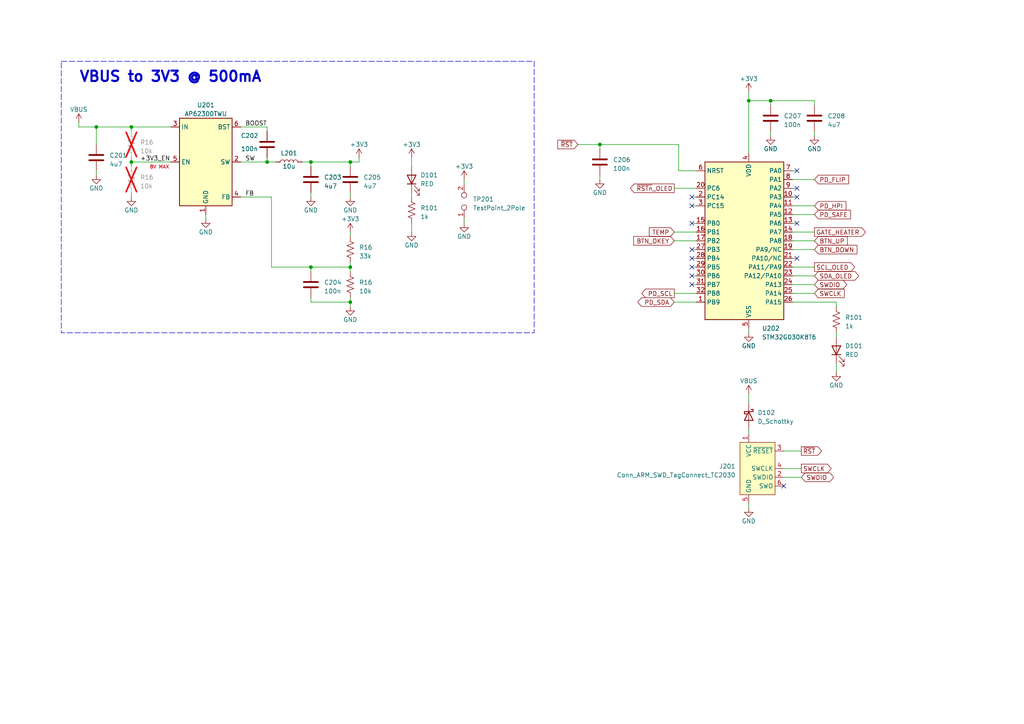
<source format=kicad_sch>
(kicad_sch (version 20230121) (generator eeschema)
  (paper "A4")
  (title_block (title "Hot Plate") (date "2023-04-17") (rev "AA"))
  (lib_symbols
    (symbol "Connector:Conn_ARM_SWD_TagConnect_TC2030" (in_bom no)
      (property "Reference" "J" (at 2.54 11.43 0))
      (property "Value" "Conn_ARM_SWD_TagConnect_TC2030" (at 5.08 8.89 0))
      (symbol "Conn_ARM_SWD_TagConnect_TC2030_0_0"
        (pin power_in line (at -2.54 10.16 270) (length 2.54) (name "VCC") (number "1"))
        (pin bidirectional line (at 7.62 -2.54 180) (length 2.54) (name "SWDIO") (number "2"))
        (pin open_collector line (at 7.62 5.08 180) (length 2.54) (name "~{RESET}") (number "3"))
        (pin output line (at 7.62 0 180) (length 2.54) (name "SWCLK") (number "4"))
        (pin power_in line (at -2.54 -10.16 90) (length 2.54) (name "GND") (number "5"))
        (pin input line (at 7.62 -5.08 180) (length 2.54) (name "SWO") (number "6"))
      )
      (symbol "Conn_ARM_SWD_TagConnect_TC2030_0_1"
        (rectangle (start -5.08 7.62) (end 5.08 -7.62) (fill (type background)))
      )
    )
    (symbol "Connector:TestPoint_2Pole" (pin_names (offset 0.762) hide)
      (property "Reference" "TP" (at 0 1.524 0))
      (property "Value" "TestPoint_2Pole" (at 0 -1.778 0))
      (symbol "TestPoint_2Pole_0_1"
        (circle (center -1.778 0) (radius 0.762))
        (circle (center 1.778 0) (radius 0.762))
        (pin passive line (at -5.08 0 0) (length 2.54) (name "1") (number "1"))
        (pin passive line (at 5.08 0 180) (length 2.54) (name "2") (number "2"))
      )
    )
    (symbol "Device:C" (pin_numbers hide) (pin_names (offset 0.254))
      (property "Reference" "C" (at 0.635 2.54 0))
      (property "Value" "C" (at 0.635 -2.54 0))
      (symbol "C_0_1"
        (polyline (pts (xy -2.032 -0.762) (xy 2.032 -0.762)) (stroke (width 0.508)))
        (polyline (pts (xy -2.032 0.762) (xy 2.032 0.762)) (stroke (width 0.508)))
      )
      (symbol "C_1_1"
        (pin passive line (at 0 3.81 270) (length 2.794) (name "~") (number "1"))
        (pin passive line (at 0 -3.81 90) (length 2.794) (name "~") (number "2"))
      )
    )
    (symbol "Device:D_Schottky" (pin_numbers hide) (pin_names (offset 1.016) hide)
      (property "Reference" "D" (at 0 2.54 0))
      (property "Value" "D_Schottky" (at 0 -2.54 0))
      (symbol "D_Schottky_0_1"
        (polyline (pts (xy 1.27 0) (xy -1.27 0)))
        (polyline (pts (xy 1.27 1.27) (xy 1.27 -1.27) (xy -1.27 0) (xy 1.27 1.27)) (stroke (width 0.254)))
        (polyline (pts (xy -1.905 0.635) (xy -1.905 1.27) (xy -1.27 1.27) (xy -1.27 -1.27) (xy -0.635 -1.27) (xy -0.635 -0.635)) (stroke (width 0.254)))
      )
      (symbol "D_Schottky_1_1"
        (pin passive line (at -3.81 0 0) (length 2.54) (name "K") (number "1"))
        (pin passive line (at 3.81 0 180) (length 2.54) (name "A") (number "2"))
      )
    )
    (symbol "Device:L" (pin_numbers hide) (pin_names (offset 1.016) hide)
      (property "Reference" "L" (at -1.27 0 90))
      (property "Value" "L" (at 1.905 0 90))
      (symbol "L_0_1"
        (arc (start 0 -2.54) (mid 0.6323 -1.905) (end 0 -1.27))
        (arc (start 0 -1.27) (mid 0.6323 -0.635) (end 0 0))
        (arc (start 0 0) (mid 0.6323 0.635) (end 0 1.27))
        (arc (start 0 1.27) (mid 0.6323 1.905) (end 0 2.54))
      )
      (symbol "L_1_1"
        (pin passive line (at 0 3.81 270) (length 1.27) (name "1") (number "1"))
        (pin passive line (at 0 -3.81 90) (length 1.27) (name "2") (number "2"))
      )
    )
    (symbol "Device:LED" (pin_numbers hide) (pin_names (offset 1.016) hide)
      (property "Reference" "D" (at 0 2.54 0))
      (property "Value" "LED" (at 0 -2.54 0))
      (symbol "LED_0_1"
        (polyline (pts (xy -1.27 -1.27) (xy -1.27 1.27)) (stroke (width 0.254)))
        (polyline (pts (xy -1.27 0) (xy 1.27 0)))
        (polyline (pts (xy 1.27 -1.27) (xy 1.27 1.27) (xy -1.27 0) (xy 1.27 -1.27)) (stroke (width 0.254)))
        (polyline (pts (xy -3.048 -0.762) (xy -4.572 -2.286) (xy -3.81 -2.286) (xy -4.572 -2.286) (xy -4.572 -1.524)))
        (polyline (pts (xy -1.778 -0.762) (xy -3.302 -2.286) (xy -2.54 -2.286) (xy -3.302 -2.286) (xy -3.302 -1.524)))
      )
      (symbol "LED_1_1"
        (pin passive line (at -3.81 0 0) (length 2.54) (name "K") (number "1"))
        (pin passive line (at 3.81 0 180) (length 2.54) (name "A") (number "2"))
      )
    )
    (symbol "Device:R_US" (pin_numbers hide) (pin_names (offset 0))
      (property "Reference" "R" (at 2.54 0 90))
      (property "Value" "R_US" (at -2.54 0 90))
      (symbol "R_US_0_1"
        (polyline (pts (xy 0 -2.286) (xy 0 -2.54)))
        (polyline (pts (xy 0 2.286) (xy 0 2.54)))
        (polyline (pts (xy 0 -0.762) (xy 1.016 -1.143) (xy 0 -1.524) (xy -1.016 -1.905) (xy 0 -2.286)))
        (polyline (pts (xy 0 0.762) (xy 1.016 0.381) (xy 0 0) (xy -1.016 -0.381) (xy 0 -0.762)))
        (polyline (pts (xy 0 2.286) (xy 1.016 1.905) (xy 0 1.524) (xy -1.016 1.143) (xy 0 0.762)))
      )
      (symbol "R_US_1_1"
        (pin passive line (at 0 3.81 270) (length 1.27) (name "~") (number "1"))
        (pin passive line (at 0 -3.81 90) (length 1.27) (name "~") (number "2"))
      )
    )
    (symbol "MCU_ST_STM32G0:STM32G030K8Tx"
      (property "Reference" "U" (at -10.16 24.13 0))
      (property "Value" "STM32G030K8Tx" (at 5.08 24.13 0))
      (symbol "STM32G030K8Tx_0_1"
        (rectangle (start -10.16 -22.86) (end 12.7 22.86) (stroke (width 0.254)) (fill (type background)))
      )
      (symbol "STM32G030K8Tx_1_1"
        (pin bidirectional line (at -12.7 -17.78 0) (length 2.54) (name "PB9") (number "1"))
        (pin bidirectional line (at 15.24 12.7 180) (length 2.54) (name "PA3") (number "10"))
        (pin bidirectional line (at 15.24 10.16 180) (length 2.54) (name "PA4") (number "11"))
        (pin bidirectional line (at 15.24 7.62 180) (length 2.54) (name "PA5") (number "12"))
        (pin bidirectional line (at 15.24 5.08 180) (length 2.54) (name "PA6") (number "13"))
        (pin bidirectional line (at 15.24 2.54 180) (length 2.54) (name "PA7") (number "14"))
        (pin bidirectional line (at -12.7 5.08 0) (length 2.54) (name "PB0") (number "15"))
        (pin bidirectional line (at -12.7 2.54 0) (length 2.54) (name "PB1") (number "16"))
        (pin bidirectional line (at -12.7 0 0) (length 2.54) (name "PB2") (number "17"))
        (pin bidirectional line (at 15.24 0 180) (length 2.54) (name "PA8") (number "18"))
        (pin bidirectional line (at 15.24 -2.54 180) (length 2.54) (name "PA9/NC") (number "19"))
        (pin bidirectional line (at -12.7 12.7 0) (length 2.54) (name "PC14") (number "2"))
        (pin bidirectional line (at -12.7 15.24 0) (length 2.54) (name "PC6") (number "20"))
        (pin bidirectional line (at 15.24 -5.08 180) (length 2.54) (name "PA10/NC") (number "21"))
        (pin bidirectional line (at 15.24 -7.62 180) (length 2.54) (name "PA11/PA9") (number "22"))
        (pin bidirectional line (at 15.24 -10.16 180) (length 2.54) (name "PA12/PA10") (number "23"))
        (pin bidirectional line (at 15.24 -12.7 180) (length 2.54) (name "PA13") (number "24"))
        (pin bidirectional line (at 15.24 -15.24 180) (length 2.54) (name "PA14") (number "25"))
        (pin bidirectional line (at 15.24 -17.78 180) (length 2.54) (name "PA15") (number "26"))
        (pin bidirectional line (at -12.7 -2.54 0) (length 2.54) (name "PB3") (number "27"))
        (pin bidirectional line (at -12.7 -5.08 0) (length 2.54) (name "PB4") (number "28"))
        (pin bidirectional line (at -12.7 -7.62 0) (length 2.54) (name "PB5") (number "29"))
        (pin bidirectional line (at -12.7 10.16 0) (length 2.54) (name "PC15") (number "3"))
        (pin bidirectional line (at -12.7 -10.16 0) (length 2.54) (name "PB6") (number "30"))
        (pin bidirectional line (at -12.7 -12.7 0) (length 2.54) (name "PB7") (number "31"))
        (pin bidirectional line (at -12.7 -15.24 0) (length 2.54) (name "PB8") (number "32"))
        (pin power_in line (at 2.54 25.4 270) (length 2.54) (name "VDD") (number "4"))
        (pin power_in line (at 2.54 -25.4 90) (length 2.54) (name "VSS") (number "5"))
        (pin input line (at -12.7 20.32 0) (length 2.54) (name "NRST") (number "6"))
        (pin bidirectional line (at 15.24 20.32 180) (length 2.54) (name "PA0") (number "7"))
        (pin bidirectional line (at 15.24 17.78 180) (length 2.54) (name "PA1") (number "8"))
        (pin bidirectional line (at 15.24 15.24 180) (length 2.54) (name "PA2") (number "9"))
      )
    )
    (symbol "Symbols:AP62300TWU"
      (property "Reference" "U" (at 0 13.97 0))
      (property "Value" "AP62300TWU" (at 7.62 -15.24 0))
      (symbol "AP62300TWU_0_1"
        (rectangle (start -7.62 12.7) (end 7.62 -12.7) (stroke (width 0.254)) (fill (type background)))
      )
      (symbol "AP62300TWU_1_1"
        (pin power_in line (at 0 -15.24 90) (length 2.54) (name "GND") (number "1"))
        (pin output line (at 10.16 0 180) (length 2.54) (name "SW") (number "2"))
        (pin power_in line (at -10.16 10.16 0) (length 2.54) (name "IN") (number "3"))
        (pin input line (at 10.16 -10.16 180) (length 2.54) (name "FB") (number "4"))
        (pin input line (at -10.16 0 0) (length 2.54) (name "EN") (number "5"))
        (pin passive line (at 10.16 10.16 180) (length 2.54) (name "BST") (number "6"))
      )
    )
    (symbol "power:+3V3" (power) (pin_names (offset 0))
      (property "Value" "+3V3" (at 0 3.556 0))
      (symbol "+3V3_0_1"
        (polyline (pts (xy -0.762 1.27) (xy 0 2.54)))
        (polyline (pts (xy 0 0) (xy 0 2.54)))
        (polyline (pts (xy 0 2.54) (xy 0.762 1.27)))
      )
      (symbol "+3V3_1_1"
        (pin power_in line (at 0 0 90) (length 0) hide (name "+3V3") (number "1"))
      )
    )
    (symbol "power:GND" (power) (pin_names (offset 0))
      (property "Value" "GND" (at 0 -3.81 0))
      (symbol "GND_0_1"
        (polyline (pts (xy 0 0) (xy 0 -1.27) (xy 1.27 -1.27) (xy 0 -2.54) (xy -1.27 -1.27) (xy 0 -1.27)))
      )
      (symbol "GND_1_1"
        (pin power_in line (at 0 0 270) (length 0) hide (name "GND") (number "1"))
      )
    )
    (symbol "power:VBUS" (power) (pin_names (offset 0))
      (property "Value" "VBUS" (at 0 3.81 0))
      (symbol "VBUS_0_1"
        (polyline (pts (xy -0.762 1.27) (xy 0 2.54)))
        (polyline (pts (xy 0 0) (xy 0 2.54)))
        (polyline (pts (xy 0 2.54) (xy 0.762 1.27)))
      )
      (symbol "VBUS_1_1"
        (pin power_in line (at 0 0 90) (length 0) hide (name "VBUS") (number "1"))
      )
    )
  )
  (junction (at 101.6 87.63))
  (junction (at 223.52 29.21))
  (junction (at 77.47 46.99))
  (junction (at 90.17 46.99))
  (junction (at 38.1 46.99))
  (junction (at 217.17 29.21))
  (junction (at 90.17 77.47))
  (junction (at 38.1 36.83))
  (junction (at 173.99 41.91))
  (junction (at 101.6 46.99))
  (junction (at 101.6 77.47))
  (junction (at 27.94 36.83))
  (no_connect (at 200.66 82.55))
  (no_connect (at 200.66 59.69))
  (no_connect (at 200.66 57.15))
  (no_connect (at 227.33 140.97))
  (no_connect (at 231.14 74.93))
  (no_connect (at 200.66 74.93))
  (no_connect (at 231.14 49.53))
  (no_connect (at 231.14 57.15))
  (no_connect (at 231.14 64.77))
  (no_connect (at 231.14 54.61))
  (no_connect (at 200.66 72.39))
  (no_connect (at 200.66 64.77))
  (no_connect (at 200.66 77.47))
  (no_connect (at 200.66 80.01))
  (wire (pts (xy 242.57 105.41) (xy 242.57 107.95)))
  (wire (pts (xy 78.74 57.15) (xy 69.85 57.15)))
  (wire (pts (xy 229.87 64.77) (xy 231.14 64.77)))
  (wire (pts (xy 217.17 124.46) (xy 217.17 125.73)))
  (wire (pts (xy 200.66 82.55) (xy 201.93 82.55)))
  (wire (pts (xy 173.99 41.91) (xy 173.99 43.18)))
  (wire (pts (xy 229.87 54.61) (xy 231.14 54.61)))
  (wire (pts (xy 77.47 36.83) (xy 77.47 38.1)))
  (wire (pts (xy 200.66 74.93) (xy 201.93 74.93)))
  (wire (pts (xy 27.94 36.83) (xy 38.1 36.83)))
  (wire (pts (xy 195.58 69.85) (xy 201.93 69.85)))
  (wire (pts (xy 227.33 138.43) (xy 232.41 138.43)))
  (wire (pts (xy 217.17 114.3) (xy 217.17 116.84)))
  (wire (pts (xy 38.1 36.83) (xy 38.1 38.1)))
  (wire (pts (xy 104.14 45.72) (xy 104.14 46.99)))
  (wire (pts (xy 77.47 45.72) (xy 77.47 46.99)))
  (wire (pts (xy 229.87 85.09) (xy 236.22 85.09)))
  (wire (pts (xy 173.99 50.8) (xy 173.99 52.07)))
  (wire (pts (xy 59.69 62.23) (xy 59.69 63.5)))
  (wire (pts (xy 200.66 64.77) (xy 201.93 64.77)))
  (wire (pts (xy 229.87 67.31) (xy 236.22 67.31)))
  (wire (pts (xy 69.85 36.83) (xy 77.47 36.83)))
  (wire (pts (xy 119.38 55.88) (xy 119.38 57.15)))
  (wire (pts (xy 87.63 46.99) (xy 90.17 46.99)))
  (wire (pts (xy 69.85 46.99) (xy 77.47 46.99)))
  (wire (pts (xy 227.33 130.81) (xy 232.41 130.81)))
  (wire (pts (xy 229.87 80.01) (xy 236.22 80.01)))
  (wire (pts (xy 101.6 76.2) (xy 101.6 77.47)))
  (wire (pts (xy 90.17 87.63) (xy 101.6 87.63)))
  (wire (pts (xy 223.52 38.1) (xy 223.52 39.37)))
  (wire (pts (xy 195.58 54.61) (xy 201.93 54.61)))
  (wire (pts (xy 90.17 86.36) (xy 90.17 87.63)))
  (wire (pts (xy 200.66 59.69) (xy 201.93 59.69)))
  (wire (pts (xy 236.22 39.37) (xy 236.22 38.1)))
  (wire (pts (xy 167.64 41.91) (xy 173.99 41.91)))
  (wire (pts (xy 217.17 29.21) (xy 217.17 44.45)))
  (wire (pts (xy 195.58 87.63) (xy 201.93 87.63)))
  (wire (pts (xy 229.87 74.93) (xy 231.14 74.93)))
  (wire (pts (xy 223.52 29.21) (xy 217.17 29.21)))
  (wire (pts (xy 217.17 26.67) (xy 217.17 29.21)))
  (wire (pts (xy 242.57 87.63) (xy 242.57 88.9)))
  (wire (pts (xy 196.85 49.53) (xy 201.93 49.53)))
  (wire (pts (xy 77.47 46.99) (xy 80.01 46.99)))
  (wire (pts (xy 90.17 57.15) (xy 90.17 55.88)))
  (wire (pts (xy 22.86 36.83) (xy 27.94 36.83)))
  (wire (pts (xy 223.52 29.21) (xy 223.52 30.48)))
  (wire (pts (xy 27.94 41.91) (xy 27.94 36.83)))
  (wire (pts (xy 38.1 45.72) (xy 38.1 46.99)))
  (wire (pts (xy 227.33 135.89) (xy 232.41 135.89)))
  (wire (pts (xy 173.99 41.91) (xy 196.85 41.91)))
  (wire (pts (xy 195.58 85.09) (xy 201.93 85.09)))
  (wire (pts (xy 101.6 46.99) (xy 101.6 48.26)))
  (wire (pts (xy 27.94 50.8) (xy 27.94 49.53)))
  (wire (pts (xy 229.87 77.47) (xy 236.22 77.47)))
  (wire (pts (xy 38.1 46.99) (xy 49.53 46.99)))
  (wire (pts (xy 217.17 95.25) (xy 217.17 96.52)))
  (wire (pts (xy 101.6 87.63) (xy 101.6 88.9)))
  (wire (pts (xy 90.17 77.47) (xy 90.17 78.74)))
  (wire (pts (xy 217.17 146.05) (xy 217.17 147.32)))
  (wire (pts (xy 236.22 30.48) (xy 236.22 29.21)))
  (wire (pts (xy 101.6 86.36) (xy 101.6 87.63)))
  (wire (pts (xy 195.58 67.31) (xy 201.93 67.31)))
  (wire (pts (xy 119.38 45.72) (xy 119.38 48.26)))
  (wire (pts (xy 119.38 64.77) (xy 119.38 67.31)))
  (wire (pts (xy 22.86 36.83) (xy 22.86 35.56)))
  (wire (pts (xy 229.87 87.63) (xy 242.57 87.63)))
  (wire (pts (xy 101.6 77.47) (xy 101.6 78.74)))
  (wire (pts (xy 200.66 72.39) (xy 201.93 72.39)))
  (wire (pts (xy 242.57 96.52) (xy 242.57 97.79)))
  (wire (pts (xy 229.87 59.69) (xy 236.22 59.69)))
  (wire (pts (xy 229.87 82.55) (xy 236.22 82.55)))
  (wire (pts (xy 200.66 80.01) (xy 201.93 80.01)))
  (wire (pts (xy 229.87 52.07) (xy 236.22 52.07)))
  (wire (pts (xy 229.87 57.15) (xy 231.14 57.15)))
  (wire (pts (xy 134.62 52.07) (xy 134.62 53.34)))
  (wire (pts (xy 90.17 77.47) (xy 101.6 77.47)))
  (wire (pts (xy 78.74 77.47) (xy 90.17 77.47)))
  (wire (pts (xy 229.87 62.23) (xy 236.22 62.23)))
  (wire (pts (xy 196.85 41.91) (xy 196.85 49.53)))
  (wire (pts (xy 101.6 57.15) (xy 101.6 55.88)))
  (wire (pts (xy 90.17 46.99) (xy 90.17 48.26)))
  (wire (pts (xy 78.74 77.47) (xy 78.74 57.15)))
  (wire (pts (xy 229.87 69.85) (xy 236.22 69.85)))
  (wire (pts (xy 229.87 49.53) (xy 231.14 49.53)))
  (wire (pts (xy 134.62 63.5) (xy 134.62 64.77)))
  (wire (pts (xy 101.6 46.99) (xy 104.14 46.99)))
  (wire (pts (xy 229.87 72.39) (xy 236.22 72.39)))
  (wire (pts (xy 38.1 36.83) (xy 49.53 36.83)))
  (wire (pts (xy 236.22 29.21) (xy 223.52 29.21)))
  (wire (pts (xy 90.17 46.99) (xy 101.6 46.99)))
  (wire (pts (xy 200.66 57.15) (xy 201.93 57.15)))
  (wire (pts (xy 38.1 55.88) (xy 38.1 57.15)))
  (wire (pts (xy 200.66 77.47) (xy 201.93 77.47)))
  (wire (pts (xy 101.6 67.31) (xy 101.6 68.58)))
  (wire (pts (xy 38.1 46.99) (xy 38.1 48.26)))
  (rectangle (start 17.78 17.78) (end 154.94 96.52) (stroke (width 0) (type dash)))
  (text "VBUS to 3V3 @ 500mA\n" (at 22.86 24.13 0) (effects (font (size 3 3) (thickness 0.6) bold) (justify left bottom)))
  (text "8V MAX\n" (at 43.4113 49.2036 0) (effects (font (size 1 1)) (justify left bottom)))
  (label "SW" (at 71.12 46.99 0))
  (label "BOOST" (at 71.12 36.83 0))
  (label "FB" (at 71.12 57.15 0))
  (label "+3V3_EN" (at 40.64 46.99 0))
  (global_label "SCL_OLED" (shape output) (at 236.22 77.47 0) (property "Intersheetrefs" "${INTERSHEET_REFS}" (effects hide)))
  (global_label "PD_HPI" (shape input) (at 236.22 59.69 0) (property "Intersheetrefs" "${INTERSHEET_REFS}" (effects hide)))
  (global_label "SWDIO" (shape bidirectional) (at 232.41 138.43 0) (property "Intersheetrefs" "${INTERSHEET_REFS}" (effects hide)))
  (global_label "~{RSTn}_OLED" (shape output) (at 195.58 54.61 180) (property "Intersheetrefs" "${INTERSHEET_REFS}" (effects hide)))
  (global_label "SWCLK" (shape input) (at 236.22 85.09 0) (property "Intersheetrefs" "${INTERSHEET_REFS}" (effects hide)))
  (global_label "~{RST}" (shape output) (at 232.41 130.81 0) (property "Intersheetrefs" "${INTERSHEET_REFS}" (effects hide)))
  (global_label "PD_SDA" (shape bidirectional) (at 195.58 87.63 180) (property "Intersheetrefs" "${INTERSHEET_REFS}" (effects hide)))
  (global_label "BTN_UP" (shape input) (at 236.22 69.85 0) (property "Intersheetrefs" "${INTERSHEET_REFS}" (effects hide)))
  (global_label "~{RST}" (shape input) (at 167.64 41.91 180) (property "Intersheetrefs" "${INTERSHEET_REFS}" (effects hide)))
  (global_label "SWDIO" (shape bidirectional) (at 236.22 82.55 0) (property "Intersheetrefs" "${INTERSHEET_REFS}" (effects hide)))
  (global_label "TEMP" (shape input) (at 195.58 67.31 180) (property "Intersheetrefs" "${INTERSHEET_REFS}" (effects hide)))
  (global_label "SWCLK" (shape output) (at 232.41 135.89 0) (property "Intersheetrefs" "${INTERSHEET_REFS}" (effects hide)))
  (global_label "PD_FLIP" (shape input) (at 236.22 52.07 0) (property "Intersheetrefs" "${INTERSHEET_REFS}" (effects hide)))
  (global_label "BTN_OKEY" (shape input) (at 195.58 69.85 180) (property "Intersheetrefs" "${INTERSHEET_REFS}" (effects hide)))
  (global_label "GATE_HEATER" (shape output) (at 236.22 67.31 0) (property "Intersheetrefs" "${INTERSHEET_REFS}" (effects hide)))
  (global_label "BTN_DOWN" (shape input) (at 236.22 72.39 0) (property "Intersheetrefs" "${INTERSHEET_REFS}" (effects hide)))
  (global_label "PD_SAFE" (shape input) (at 236.22 62.23 0) (property "Intersheetrefs" "${INTERSHEET_REFS}" (effects hide)))
  (global_label "SDA_OLED" (shape bidirectional) (at 236.22 80.01 0) (property "Intersheetrefs" "${INTERSHEET_REFS}" (effects hide)))
  (global_label "PD_SCL" (shape output) (at 195.58 85.09 180) (property "Intersheetrefs" "${INTERSHEET_REFS}" (effects hide)))
  (symbol (lib_id "power:GND") (at 217.17 147.32 0) (unit 1)
    (property "Reference" "#PWR011" (effects hide))
    (property "Value" "GND" (at 217.17 151.13 0))
    (instances (project "HotPlate" (path "" (reference "#PWR011") (unit 1)) (path "" (reference "#PWR0217") (unit 1))))
  )
  (symbol (lib_id "Connector:TestPoint_2Pole") (at 134.62 58.42 90) (unit 1)
    (property "Reference" "TP201" (at 137.16 57.785 90) (effects (justify right)))
    (property "Value" "TestPoint_2Pole" (at 137.16 60.325 90) (effects (justify right)))
    (property "Footprint" "Footprints:TestPoint_Pad_D1.0mm_DUAL" (effects hide))
  )
  (symbol (lib_id "Device:LED") (at 119.38 52.07 90) (unit 1)
    (property "Reference" "D101" (at 121.92 50.8 90) (effects (justify right)))
    (property "Value" "RED" (at 121.92 53.34 90) (effects (justify right)))
    (property "Footprint" "LED_SMD:LED_0603_1608Metric_Pad1.05x0.95mm_HandSolder" (effects hide))
    (property "LCSC Part #" "C965799" (effects hide))
    (property "MPN" "XL-1608SURC-06" (effects hide))
    (instances (project "HotPlate" (path "" (reference "D101") (unit 1)) (path "" (reference "D201") (unit 1))))
  )
  (symbol (lib_id "MCU_ST_STM32G0:STM32G030K8Tx") (at 214.63 69.85 0) (unit 1)
    (property "Reference" "U202" (at 220.98 95.25 0) (effects (justify left)))
    (property "Value" "STM32G030K8T6" (at 220.98 97.79 0) (effects (justify left)))
    (property "Footprint" "Package_QFP:LQFP-32_7x7mm_P0.8mm" (effects hide))
    (property "Datasheet" "https://www.st.com/resource/en/datasheet/stm32g030k8.pdf" (effects hide))
    (property "LCSC Part #" "C431631" (effects hide))
    (property "MPN" "STM32G030K8T6" (effects hide))
  )
  (symbol (lib_id "Device:R_US") (at 38.1 52.07 0) (unit 1) (dnp yes)
    (property "Reference" "R16" (at 40.64 51.435 0) (effects (justify left)))
    (property "Value" "10k" (at 40.64 53.975 0) (effects (justify left)))
    (property "Footprint" "Resistor_SMD:R_0603_1608Metric_Pad0.98x0.95mm_HandSolder" (effects hide))
    (property "LCSC Part #" "C15401" (effects hide))
    (property "MPN" "0603WAJ0103T5E" (effects hide))
    (instances (project "HotPlate" (path "" (reference "R16") (unit 1)) (path "" (reference "R202") (unit 1))))
  )
  (symbol (lib_id "Device:C") (at 77.47 41.91 0) (unit 1)
    (property "Reference" "C202" (at 69.85 39.37 0) (effects (justify left)))
    (property "Value" "100n" (at 69.85 43.18 0) (effects (justify left)))
    (property "Footprint" "Capacitor_SMD:C_0603_1608Metric_Pad1.08x0.95mm_HandSolder" (effects hide))
    (property "LCSC Part #" "C14663" (effects hide))
    (property "MPN" "CC0603KRX7R9BB104" (effects hide))
  )
  (symbol (lib_id "Device:C") (at 223.52 34.29 0) (unit 1)
    (property "Reference" "C207" (at 227.33 33.655 0) (effects (justify left)))
    (property "Value" "100n" (at 227.33 36.195 0) (effects (justify left)))
    (property "Footprint" "Capacitor_SMD:C_0603_1608Metric_Pad1.08x0.95mm_HandSolder" (effects hide))
    (property "LCSC Part #" "C14663" (effects hide))
    (property "MPN" "CC0603KRX7R9BB104" (effects hide))
  )
  (symbol (lib_id "power:GND") (at 27.94 50.8 0) (unit 1)
    (property "Reference" "#PWR011" (effects hide))
    (property "Value" "GND" (at 27.94 54.61 0))
    (instances (project "HotPlate" (path "" (reference "#PWR011") (unit 1)) (path "" (reference "#PWR0202") (unit 1))))
  )
  (symbol (lib_id "Device:C") (at 90.17 82.55 0) (unit 1)
    (property "Reference" "C204" (at 93.98 81.915 0) (effects (justify left)))
    (property "Value" "100n" (at 93.98 84.455 0) (effects (justify left)))
    (property "Footprint" "Capacitor_SMD:C_0603_1608Metric_Pad1.08x0.95mm_HandSolder" (effects hide))
    (property "LCSC Part #" "C14663" (effects hide))
    (property "MPN" "CC0603KRX7R9BB104" (effects hide))
  )
  (symbol (lib_id "Device:C") (at 27.94 45.72 0) (unit 1)
    (property "Reference" "C201" (at 31.75 45.085 0) (effects (justify left)))
    (property "Value" "4u7" (at 31.75 47.625 0) (effects (justify left)))
    (property "Footprint" "Capacitor_SMD:C_0805_2012Metric_Pad1.18x1.45mm_HandSolder" (effects hide))
    (property "LCSC Part #" "C98195" (effects hide))
    (property "MPN" "CL21B475KAFNNNE" (effects hide))
  )
  (symbol (lib_id "Device:C") (at 101.6 52.07 0) (unit 1)
    (property "Reference" "C205" (at 105.41 51.435 0) (effects (justify left)))
    (property "Value" "4u7" (at 105.41 53.975 0) (effects (justify left)))
    (property "Footprint" "Capacitor_SMD:C_0805_2012Metric_Pad1.18x1.45mm_HandSolder" (effects hide))
    (property "LCSC Part #" "C98195" (effects hide))
    (property "MPN" "CL21B475KAFNNNE" (effects hide))
  )
  (symbol (lib_id "power:+3V3") (at 134.62 52.07 0) (unit 1)
    (property "Reference" "#PWR018" (effects hide))
    (property "Value" "+3V3" (at 134.62 48.26 0))
    (instances (project "HotPlate" (path "" (reference "#PWR018") (unit 1)) (path "" (reference "#PWR0220") (unit 1))))
  )
  (symbol (lib_id "power:+3V3") (at 101.6 67.31 0) (unit 1)
    (property "Reference" "#PWR018" (effects hide))
    (property "Value" "+3V3" (at 101.6 63.5 0))
    (instances (project "HotPlate" (path "" (reference "#PWR018") (unit 1)) (path "" (reference "#PWR0207") (unit 1))))
  )
  (symbol (lib_id "power:+3V3") (at 119.38 45.72 0) (unit 1)
    (property "Reference" "#PWR018" (effects hide))
    (property "Value" "+3V3" (at 119.38 41.91 0))
    (instances (project "HotPlate" (path "" (reference "#PWR018") (unit 1)) (path "" (reference "#PWR0210") (unit 1))))
  )
  (symbol (lib_id "Device:LED") (at 242.57 101.6 90) (unit 1)
    (property "Reference" "D101" (at 245.11 100.33 90) (effects (justify right)))
    (property "Value" "RED" (at 245.11 102.87 90) (effects (justify right)))
    (property "Footprint" "LED_SMD:LED_0603_1608Metric_Pad1.05x0.95mm_HandSolder" (effects hide))
    (property "LCSC Part #" "C965799" (effects hide))
    (property "MPN" "XL-1608SURC-06" (effects hide))
    (instances (project "HotPlate" (path "" (reference "D101") (unit 1)) (path "" (reference "D202") (unit 1))))
  )
  (symbol (lib_id "power:GND") (at 101.6 88.9 0) (unit 1)
    (property "Reference" "#PWR011" (effects hide))
    (property "Value" "GND" (at 101.6 92.71 0))
    (instances (project "HotPlate" (path "" (reference "#PWR011") (unit 1)) (path "" (reference "#PWR0208") (unit 1))))
  )
  (symbol (lib_id "power:+3V3") (at 104.14 45.72 0) (unit 1)
    (property "Reference" "#PWR018" (effects hide))
    (property "Value" "+3V3" (at 104.14 41.91 0))
    (instances (project "HotPlate" (path "" (reference "#PWR018") (unit 1)) (path "" (reference "#PWR0209") (unit 1))))
  )
  (symbol (lib_id "Device:R_US") (at 38.1 41.91 0) (unit 1) (dnp yes)
    (property "Reference" "R16" (at 40.64 41.275 0) (effects (justify left)))
    (property "Value" "10k" (at 40.64 43.815 0) (effects (justify left)))
    (property "Footprint" "Resistor_SMD:R_0603_1608Metric_Pad0.98x0.95mm_HandSolder" (effects hide))
    (property "LCSC Part #" "C15401" (effects hide))
    (property "MPN" "0603WAJ0103T5E" (effects hide))
    (instances (project "HotPlate" (path "" (reference "R16") (unit 1)) (path "" (reference "R201") (unit 1))))
  )
  (symbol (lib_id "Device:D_Schottky") (at 217.17 120.65 270) (unit 1)
    (property "Reference" "D102" (at 219.71 119.6975 90) (effects (justify left)))
    (property "Value" "D_Schottky" (at 219.71 122.2375 90) (effects (justify left)))
    (property "Footprint" "Diode_SMD:D_SOD-323_HandSoldering" (effects hide))
    (instances (project "HotPlate" (path "" (reference "D102") (unit 1)) (path "" (reference "D203") (unit 1))))
  )
  (symbol (lib_id "Device:R_US") (at 101.6 72.39 0) (unit 1)
    (property "Reference" "R16" (at 104.14 71.755 0) (effects (justify left)))
    (property "Value" "33k" (at 104.14 74.295 0) (effects (justify left)))
    (property "Footprint" "Resistor_SMD:R_0603_1608Metric_Pad0.98x0.95mm_HandSolder" (effects hide))
    (instances (project "HotPlate" (path "" (reference "R16") (unit 1)) (path "" (reference "R203") (unit 1))))
  )
  (symbol (lib_id "power:VBUS") (at 22.86 35.56 0) (unit 1)
    (property "Reference" "#PWR021" (effects hide))
    (property "Value" "VBUS" (at 22.86 31.75 0))
    (instances (project "HotPlate" (path "" (reference "#PWR021") (unit 1)) (path "" (reference "#PWR0201") (unit 1))))
  )
  (symbol (lib_id "Device:R_US") (at 242.57 92.71 0) (unit 1)
    (property "Reference" "R101" (at 245.11 92.075 0) (effects (justify left)))
    (property "Value" "1k" (at 245.11 94.615 0) (effects (justify left)))
    (property "Footprint" "Resistor_SMD:R_0603_1608Metric_Pad0.98x0.95mm_HandSolder" (effects hide))
    (property "LCSC Part #" "C103209" (effects hide))
    (property "MPN" "RTT03102JTP" (effects hide))
    (instances (project "HotPlate" (path "" (reference "R101") (unit 1)) (path "" (reference "R206") (unit 1))))
  )
  (symbol (lib_id "power:VBUS") (at 217.17 114.3 0) (unit 1)
    (property "Reference" "#PWR021" (effects hide))
    (property "Value" "VBUS" (at 217.17 110.49 0))
    (instances (project "HotPlate" (path "" (reference "#PWR021") (unit 1)) (path "" (reference "#PWR0216") (unit 1))))
  )
  (symbol (lib_id "power:GND") (at 173.99 52.07 0) (unit 1)
    (property "Reference" "#PWR011" (effects hide))
    (property "Value" "GND" (at 173.99 55.88 0))
    (instances (project "HotPlate" (path "" (reference "#PWR011") (unit 1)) (path "" (reference "#PWR0212") (unit 1))))
  )
  (symbol (lib_id "power:GND") (at 134.62 64.77 0) (unit 1)
    (property "Reference" "#PWR011" (effects hide))
    (property "Value" "GND" (at 134.62 68.58 0))
    (instances (project "HotPlate" (path "" (reference "#PWR011") (unit 1)) (path "" (reference "#PWR0221") (unit 1))))
  )
  (symbol (lib_id "Device:C") (at 236.22 34.29 0) (unit 1)
    (property "Reference" "C208" (at 240.03 33.655 0) (effects (justify left)))
    (property "Value" "4u7" (at 240.03 36.195 0) (effects (justify left)))
    (property "Footprint" "Capacitor_SMD:C_0805_2012Metric_Pad1.18x1.45mm_HandSolder" (effects hide))
    (property "LCSC Part #" "C98195" (effects hide))
    (property "MPN" "CL21B475KAFNNNE" (effects hide))
  )
  (symbol (lib_id "Device:C") (at 173.99 46.99 0) (unit 1)
    (property "Reference" "C206" (at 177.8 46.355 0) (effects (justify left)))
    (property "Value" "100n" (at 177.8 48.895 0) (effects (justify left)))
    (property "Footprint" "Capacitor_SMD:C_0603_1608Metric_Pad1.08x0.95mm_HandSolder" (effects hide))
    (property "LCSC Part #" "C14663" (effects hide))
    (property "MPN" "CC0603KRX7R9BB104" (effects hide))
  )
  (symbol (lib_id "power:GND") (at 242.57 107.95 0) (unit 1)
    (property "Reference" "#PWR011" (effects hide))
    (property "Value" "GND" (at 242.57 111.76 0))
    (instances (project "HotPlate" (path "" (reference "#PWR011") (unit 1)) (path "" (reference "#PWR0213") (unit 1))))
  )
  (symbol (lib_id "Device:L") (at 83.82 46.99 90) (unit 1)
    (property "Reference" "L201" (at 83.82 44.45 90))
    (property "Value" "10u" (at 83.82 48.26 90))
    (property "Footprint" "Footprints:L_4.2x4.4_H2" (effects hide))
    (property "LCSC Part #" "C2847473" (effects hide))
    (property "MPN" "MDA4020-100M" (effects hide))
  )
  (symbol (lib_id "Connector:Conn_ARM_SWD_TagConnect_TC2030") (at 219.71 135.89 0) (unit 1) (in_bom no)
    (property "Reference" "J201" (at 213.36 135.255 0) (effects (justify right)))
    (property "Value" "Conn_ARM_SWD_TagConnect_TC2030" (at 213.36 137.795 0) (effects (justify right)))
    (property "Footprint" "Connector:Tag-Connect_TC2030-IDC-FP_2x03_P1.27mm_Vertical" (effects hide))
    (property "Datasheet" "https://www.tag-connect.com/wp-content/uploads/bsk-pdf-manager/TC2030-CTX_1.pdf" (effects hide))
  )
  (symbol (lib_id "Device:C") (at 90.17 52.07 0) (unit 1)
    (property "Reference" "C203" (at 93.98 51.435 0) (effects (justify left)))
    (property "Value" "4u7" (at 93.98 53.975 0) (effects (justify left)))
    (property "Footprint" "Capacitor_SMD:C_0805_2012Metric_Pad1.18x1.45mm_HandSolder" (effects hide))
    (property "LCSC Part #" "C98195" (effects hide))
    (property "MPN" "CL21B475KAFNNNE" (effects hide))
  )
  (symbol (lib_id "power:GND") (at 101.6 57.15 0) (unit 1)
    (property "Reference" "#PWR011" (effects hide))
    (property "Value" "GND" (at 101.6 60.96 0))
    (instances (project "HotPlate" (path "" (reference "#PWR011") (unit 1)) (path "" (reference "#PWR0206") (unit 1))))
  )
  (symbol (lib_id "Symbols:AP62300TWU") (at 59.69 46.99 0) (unit 1)
    (property "Reference" "U201" (at 59.69 30.48 0))
    (property "Value" "AP62300TWU" (at 59.69 33.02 0))
    (property "Footprint" "Package_TO_SOT_SMD:TSOT-23-6" (effects hide))
    (property "Datasheet" "https://www.diodes.com/assets/Datasheets/AP62300_AP62301_AP62300T.pdf" (effects hide))
  )
  (symbol (lib_id "power:GND") (at 90.17 57.15 0) (unit 1)
    (property "Reference" "#PWR011" (effects hide))
    (property "Value" "GND" (at 90.17 60.96 0))
    (instances (project "HotPlate" (path "" (reference "#PWR011") (unit 1)) (path "" (reference "#PWR0205") (unit 1))))
  )
  (symbol (lib_id "power:GND") (at 59.69 63.5 0) (unit 1)
    (property "Reference" "#PWR011" (effects hide))
    (property "Value" "GND" (at 59.69 67.31 0))
    (instances (project "HotPlate" (path "" (reference "#PWR011") (unit 1)) (path "" (reference "#PWR0204") (unit 1))))
  )
  (symbol (lib_id "power:GND") (at 223.52 39.37 0) (unit 1)
    (property "Reference" "#PWR011" (effects hide))
    (property "Value" "GND" (at 223.52 43.18 0))
    (instances (project "HotPlate" (path "" (reference "#PWR011") (unit 1)) (path "" (reference "#PWR0218") (unit 1))))
  )
  (symbol (lib_id "Device:R_US") (at 119.38 60.96 0) (unit 1)
    (property "Reference" "R101" (at 121.92 60.325 0) (effects (justify left)))
    (property "Value" "1k" (at 121.92 62.865 0) (effects (justify left)))
    (property "Footprint" "Resistor_SMD:R_0603_1608Metric_Pad0.98x0.95mm_HandSolder" (effects hide))
    (property "LCSC Part #" "C103209" (effects hide))
    (property "MPN" "RTT03102JTP" (effects hide))
    (instances (project "HotPlate" (path "" (reference "R101") (unit 1)) (path "" (reference "R205") (unit 1))))
  )
  (symbol (lib_id "power:GND") (at 217.17 96.52 0) (unit 1)
    (property "Reference" "#PWR011" (effects hide))
    (property "Value" "GND" (at 217.17 100.33 0))
    (instances (project "HotPlate" (path "" (reference "#PWR011") (unit 1)) (path "" (reference "#PWR0215") (unit 1))))
  )
  (symbol (lib_id "power:GND") (at 236.22 39.37 0) (unit 1)
    (property "Reference" "#PWR011" (effects hide))
    (property "Value" "GND" (at 236.22 43.18 0))
    (instances (project "HotPlate" (path "" (reference "#PWR011") (unit 1)) (path "" (reference "#PWR0219") (unit 1))))
  )
  (symbol (lib_id "power:GND") (at 38.1 57.15 0) (unit 1)
    (property "Reference" "#PWR011" (effects hide))
    (property "Value" "GND" (at 38.1 60.96 0))
    (instances (project "HotPlate" (path "" (reference "#PWR011") (unit 1)) (path "" (reference "#PWR0203") (unit 1))))
  )
  (symbol (lib_id "Device:R_US") (at 101.6 82.55 0) (unit 1)
    (property "Reference" "R16" (at 104.14 81.915 0) (effects (justify left)))
    (property "Value" "10k" (at 104.14 84.455 0) (effects (justify left)))
    (property "Footprint" "Resistor_SMD:R_0603_1608Metric_Pad0.98x0.95mm_HandSolder" (effects hide))
    (property "LCSC Part #" "C15401" (effects hide))
    (property "MPN" "0603WAJ0103T5E" (effects hide))
    (instances (project "HotPlate" (path "" (reference "R16") (unit 1)) (path "" (reference "R204") (unit 1))))
  )
  (symbol (lib_id "power:GND") (at 119.38 67.31 0) (unit 1)
    (property "Reference" "#PWR011" (effects hide))
    (property "Value" "GND" (at 119.38 71.12 0))
    (instances (project "HotPlate" (path "" (reference "#PWR011") (unit 1)) (path "" (reference "#PWR0211") (unit 1))))
  )
  (symbol (lib_id "power:+3V3") (at 217.17 26.67 0) (unit 1)
    (property "Reference" "#PWR018" (effects hide))
    (property "Value" "+3V3" (at 217.17 22.86 0))
    (instances (project "HotPlate" (path "" (reference "#PWR018") (unit 1)) (path "" (reference "#PWR0214") (unit 1))))
  )
)
</source>
